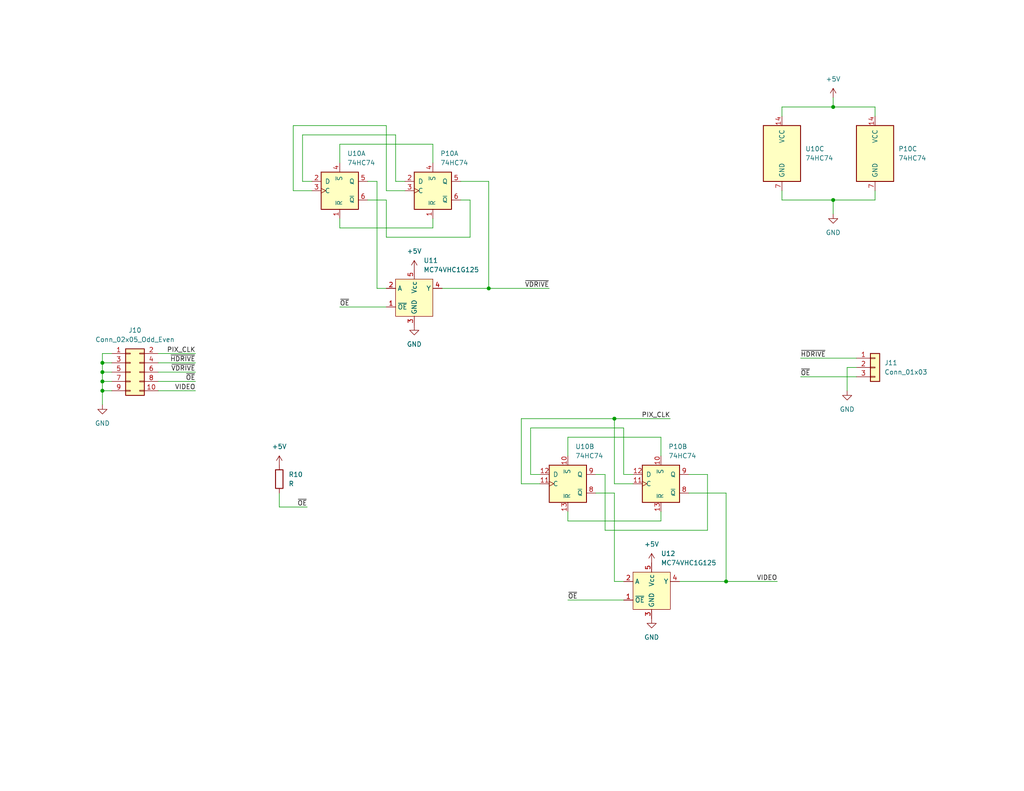
<source format=kicad_sch>
(kicad_sch (version 20211123) (generator eeschema)
  (paper "USLetter")
  (lib_symbols
    (symbol "0Local:MC74VHC1G125"
      (property "Reference" "U" (at 2.54 10.16 0))
      (property "Value" "MC74VHC1G125" (at 2.54 7.62 0))
      (symbol "MC74VHC1G125_0_1"
        (rectangle (start -5.08 5.08) (end 5.08 -5.08) (fill (type background)))
      )
      (symbol "MC74VHC1G125_1_1"
        (pin input line (at -7.62 -2.54 0) (length 2.54) (name "~{OE}") (number "1"))
        (pin input line (at -7.62 2.54 0) (length 2.54) (name "A") (number "2"))
        (pin power_in line (at 0 -7.62 90) (length 2.54) (name "GND") (number "3"))
        (pin tri_state line (at 7.62 2.54 180) (length 2.54) (name "Y") (number "4"))
        (pin power_in line (at 0 7.62 270) (length 2.54) (name "Vcc") (number "5"))
      )
    )
    (symbol "74xx:74HC74" (pin_names (offset 1.016))
      (property "Reference" "U" (at -7.62 8.89 0))
      (property "Value" "74HC74" (at -7.62 -8.89 0))
      (symbol "74HC74_1_0"
        (pin input line (at 0 -7.62 90) (length 2.54) (name "~{R}") (number "1"))
        (pin input line (at -7.62 2.54 0) (length 2.54) (name "D") (number "2"))
        (pin input clock (at -7.62 0 0) (length 2.54) (name "C") (number "3"))
        (pin input line (at 0 7.62 270) (length 2.54) (name "~{S}") (number "4"))
        (pin output line (at 7.62 2.54 180) (length 2.54) (name "Q") (number "5"))
        (pin output line (at 7.62 -2.54 180) (length 2.54) (name "~{Q}") (number "6"))
      )
      (symbol "74HC74_1_1"
        (rectangle (start -5.08 5.08) (end 5.08 -5.08) (stroke (width 0.254)) (fill (type background)))
      )
      (symbol "74HC74_2_0"
        (pin input line (at 0 7.62 270) (length 2.54) (name "~{S}") (number "10"))
        (pin input clock (at -7.62 0 0) (length 2.54) (name "C") (number "11"))
        (pin input line (at -7.62 2.54 0) (length 2.54) (name "D") (number "12"))
        (pin input line (at 0 -7.62 90) (length 2.54) (name "~{R}") (number "13"))
        (pin output line (at 7.62 -2.54 180) (length 2.54) (name "~{Q}") (number "8"))
        (pin output line (at 7.62 2.54 180) (length 2.54) (name "Q") (number "9"))
      )
      (symbol "74HC74_2_1"
        (rectangle (start -5.08 5.08) (end 5.08 -5.08) (stroke (width 0.254)) (fill (type background)))
      )
      (symbol "74HC74_3_0"
        (pin power_in line (at 0 10.16 270) (length 2.54) (name "VCC") (number "14"))
        (pin power_in line (at 0 -10.16 90) (length 2.54) (name "GND") (number "7"))
      )
      (symbol "74HC74_3_1"
        (rectangle (start -5.08 7.62) (end 5.08 -7.62) (stroke (width 0.254)) (fill (type background)))
      )
    )
    (symbol "Connector_Generic:Conn_01x03" (pin_names (offset 1.016) hide)
      (property "Reference" "J" (at 0 5.08 0))
      (property "Value" "Conn_01x03" (at 0 -5.08 0))
      (symbol "Conn_01x03_1_1"
        (rectangle (start -1.27 -2.413) (end 0 -2.667) (stroke (width 0.1524)))
        (rectangle (start -1.27 0.127) (end 0 -0.127) (stroke (width 0.1524)))
        (rectangle (start -1.27 2.667) (end 0 2.413) (stroke (width 0.1524)))
        (rectangle (start -1.27 3.81) (end 1.27 -3.81) (stroke (width 0.254)) (fill (type background)))
        (pin passive line (at -5.08 2.54 0) (length 3.81) (name "Pin_1") (number "1"))
        (pin passive line (at -5.08 0 0) (length 3.81) (name "Pin_2") (number "2"))
        (pin passive line (at -5.08 -2.54 0) (length 3.81) (name "Pin_3") (number "3"))
      )
    )
    (symbol "Connector_Generic:Conn_02x05_Odd_Even" (pin_names (offset 1.016) hide)
      (property "Reference" "J" (at 1.27 7.62 0))
      (property "Value" "Conn_02x05_Odd_Even" (at 1.27 -7.62 0))
      (symbol "Conn_02x05_Odd_Even_1_1"
        (rectangle (start -1.27 -4.953) (end 0 -5.207) (stroke (width 0.1524)))
        (rectangle (start -1.27 -2.413) (end 0 -2.667) (stroke (width 0.1524)))
        (rectangle (start -1.27 0.127) (end 0 -0.127) (stroke (width 0.1524)))
        (rectangle (start -1.27 2.667) (end 0 2.413) (stroke (width 0.1524)))
        (rectangle (start -1.27 5.207) (end 0 4.953) (stroke (width 0.1524)))
        (rectangle (start -1.27 6.35) (end 3.81 -6.35) (stroke (width 0.254)) (fill (type background)))
        (rectangle (start 3.81 -4.953) (end 2.54 -5.207) (stroke (width 0.1524)))
        (rectangle (start 3.81 -2.413) (end 2.54 -2.667) (stroke (width 0.1524)))
        (rectangle (start 3.81 0.127) (end 2.54 -0.127) (stroke (width 0.1524)))
        (rectangle (start 3.81 2.667) (end 2.54 2.413) (stroke (width 0.1524)))
        (rectangle (start 3.81 5.207) (end 2.54 4.953) (stroke (width 0.1524)))
        (pin passive line (at -5.08 5.08 0) (length 3.81) (name "Pin_1") (number "1"))
        (pin passive line (at 7.62 -5.08 180) (length 3.81) (name "Pin_10") (number "10"))
        (pin passive line (at 7.62 5.08 180) (length 3.81) (name "Pin_2") (number "2"))
        (pin passive line (at -5.08 2.54 0) (length 3.81) (name "Pin_3") (number "3"))
        (pin passive line (at 7.62 2.54 180) (length 3.81) (name "Pin_4") (number "4"))
        (pin passive line (at -5.08 0 0) (length 3.81) (name "Pin_5") (number "5"))
        (pin passive line (at 7.62 0 180) (length 3.81) (name "Pin_6") (number "6"))
        (pin passive line (at -5.08 -2.54 0) (length 3.81) (name "Pin_7") (number "7"))
        (pin passive line (at 7.62 -2.54 180) (length 3.81) (name "Pin_8") (number "8"))
        (pin passive line (at -5.08 -5.08 0) (length 3.81) (name "Pin_9") (number "9"))
      )
    )
    (symbol "Device:R" (pin_numbers hide) (pin_names (offset 0))
      (property "Reference" "R" (at 2.032 0 90))
      (property "Value" "R" (at 0 0 90))
      (symbol "R_0_1"
        (rectangle (start -1.016 -2.54) (end 1.016 2.54) (stroke (width 0.254)))
      )
      (symbol "R_1_1"
        (pin passive line (at 0 3.81 270) (length 1.27) (name "~") (number "1"))
        (pin passive line (at 0 -3.81 90) (length 1.27) (name "~") (number "2"))
      )
    )
    (symbol "power:+5V" (power) (pin_names (offset 0))
      (property "Value" "+5V" (at 0 3.556 0))
      (symbol "+5V_0_1"
        (polyline (pts (xy -0.762 1.27) (xy 0 2.54)))
        (polyline (pts (xy 0 0) (xy 0 2.54)))
        (polyline (pts (xy 0 2.54) (xy 0.762 1.27)))
      )
      (symbol "+5V_1_1"
        (pin power_in line (at 0 0 90) (length 0) hide (name "+5V") (number "1"))
      )
    )
    (symbol "power:GND" (power) (pin_names (offset 0))
      (property "Value" "GND" (at 0 -3.81 0))
      (symbol "GND_0_1"
        (polyline (pts (xy 0 0) (xy 0 -1.27) (xy 1.27 -1.27) (xy 0 -2.54) (xy -1.27 -1.27) (xy 0 -1.27)))
      )
      (symbol "GND_1_1"
        (pin power_in line (at 0 0 270) (length 0) hide (name "GND") (number "1"))
      )
    )
  )
  (junction (at 167.64 114.3))
  (junction (at 198.12 158.75))
  (junction (at 27.94 106.68))
  (junction (at 227.33 54.61))
  (junction (at 227.33 29.21))
  (junction (at 27.94 101.6))
  (junction (at 27.94 99.06))
  (junction (at 133.35 78.74))
  (junction (at 27.94 104.14))
  (wire (pts (xy 27.94 101.6) (xy 30.48 101.6)))
  (wire (pts (xy 82.55 36.83) (xy 107.95 36.83)))
  (wire (pts (xy 213.36 29.21) (xy 227.33 29.21)))
  (wire (pts (xy 92.71 44.45) (xy 92.71 39.37)))
  (wire (pts (xy 227.33 54.61) (xy 227.33 58.42)))
  (wire (pts (xy 165.1 129.54) (xy 165.1 144.78)))
  (wire (pts (xy 144.78 129.54) (xy 144.78 116.84)))
  (wire (pts (xy 92.71 83.82) (xy 105.41 83.82)))
  (wire (pts (xy 227.33 29.21) (xy 238.76 29.21)))
  (wire (pts (xy 167.64 158.75) (xy 170.18 158.75)))
  (wire (pts (xy 147.32 129.54) (xy 144.78 129.54)))
  (wire (pts (xy 27.94 104.14) (xy 30.48 104.14)))
  (wire (pts (xy 102.87 49.53) (xy 100.33 49.53)))
  (wire (pts (xy 167.64 114.3) (xy 167.64 132.08)))
  (wire (pts (xy 238.76 54.61) (xy 238.76 52.07)))
  (wire (pts (xy 165.1 144.78) (xy 193.04 144.78)))
  (wire (pts (xy 30.48 96.52) (xy 27.94 96.52)))
  (wire (pts (xy 27.94 106.68) (xy 30.48 106.68)))
  (wire (pts (xy 105.41 34.29) (xy 105.41 52.07)))
  (wire (pts (xy 185.42 158.75) (xy 198.12 158.75)))
  (wire (pts (xy 142.24 114.3) (xy 167.64 114.3)))
  (wire (pts (xy 144.78 116.84) (xy 170.18 116.84)))
  (wire (pts (xy 120.65 78.74) (xy 133.35 78.74)))
  (wire (pts (xy 43.18 106.68) (xy 53.34 106.68)))
  (wire (pts (xy 128.27 54.61) (xy 125.73 54.61)))
  (wire (pts (xy 92.71 59.69) (xy 92.71 62.23)))
  (wire (pts (xy 43.18 101.6) (xy 53.34 101.6)))
  (wire (pts (xy 128.27 64.77) (xy 128.27 54.61)))
  (wire (pts (xy 231.14 100.33) (xy 231.14 106.68)))
  (wire (pts (xy 100.33 54.61) (xy 105.41 54.61)))
  (wire (pts (xy 85.09 49.53) (xy 82.55 49.53)))
  (wire (pts (xy 213.36 52.07) (xy 213.36 54.61)))
  (wire (pts (xy 107.95 36.83) (xy 107.95 49.53)))
  (wire (pts (xy 238.76 29.21) (xy 238.76 31.75)))
  (wire (pts (xy 118.11 39.37) (xy 118.11 44.45)))
  (wire (pts (xy 180.34 119.38) (xy 180.34 124.46)))
  (wire (pts (xy 92.71 62.23) (xy 118.11 62.23)))
  (wire (pts (xy 133.35 49.53) (xy 133.35 78.74)))
  (wire (pts (xy 162.56 129.54) (xy 165.1 129.54)))
  (wire (pts (xy 187.96 129.54) (xy 193.04 129.54)))
  (wire (pts (xy 167.64 114.3) (xy 182.88 114.3)))
  (wire (pts (xy 154.94 142.24) (xy 180.34 142.24)))
  (wire (pts (xy 107.95 49.53) (xy 110.49 49.53)))
  (wire (pts (xy 85.09 52.07) (xy 80.01 52.07)))
  (wire (pts (xy 27.94 99.06) (xy 27.94 101.6)))
  (wire (pts (xy 227.33 54.61) (xy 238.76 54.61)))
  (wire (pts (xy 154.94 139.7) (xy 154.94 142.24)))
  (wire (pts (xy 154.94 124.46) (xy 154.94 119.38)))
  (wire (pts (xy 133.35 78.74) (xy 149.86 78.74)))
  (wire (pts (xy 213.36 54.61) (xy 227.33 54.61)))
  (wire (pts (xy 118.11 62.23) (xy 118.11 59.69)))
  (wire (pts (xy 82.55 49.53) (xy 82.55 36.83)))
  (wire (pts (xy 27.94 101.6) (xy 27.94 104.14)))
  (wire (pts (xy 162.56 134.62) (xy 167.64 134.62)))
  (wire (pts (xy 80.01 52.07) (xy 80.01 34.29)))
  (wire (pts (xy 233.68 100.33) (xy 231.14 100.33)))
  (wire (pts (xy 167.64 134.62) (xy 167.64 158.75)))
  (wire (pts (xy 142.24 132.08) (xy 147.32 132.08)))
  (wire (pts (xy 133.35 49.53) (xy 125.73 49.53)))
  (wire (pts (xy 102.87 49.53) (xy 102.87 78.74)))
  (wire (pts (xy 27.94 99.06) (xy 30.48 99.06)))
  (wire (pts (xy 43.18 104.14) (xy 53.34 104.14)))
  (wire (pts (xy 43.18 96.52) (xy 53.34 96.52)))
  (wire (pts (xy 180.34 142.24) (xy 180.34 139.7)))
  (wire (pts (xy 198.12 158.75) (xy 212.09 158.75)))
  (wire (pts (xy 227.33 26.67) (xy 227.33 29.21)))
  (wire (pts (xy 27.94 104.14) (xy 27.94 106.68)))
  (wire (pts (xy 218.44 97.79) (xy 233.68 97.79)))
  (wire (pts (xy 80.01 34.29) (xy 105.41 34.29)))
  (wire (pts (xy 154.94 163.83) (xy 170.18 163.83)))
  (wire (pts (xy 154.94 119.38) (xy 180.34 119.38)))
  (wire (pts (xy 105.41 52.07) (xy 110.49 52.07)))
  (wire (pts (xy 213.36 31.75) (xy 213.36 29.21)))
  (wire (pts (xy 27.94 96.52) (xy 27.94 99.06)))
  (wire (pts (xy 198.12 134.62) (xy 198.12 158.75)))
  (wire (pts (xy 105.41 64.77) (xy 128.27 64.77)))
  (wire (pts (xy 76.2 138.43) (xy 83.82 138.43)))
  (wire (pts (xy 187.96 134.62) (xy 198.12 134.62)))
  (wire (pts (xy 218.44 102.87) (xy 233.68 102.87)))
  (wire (pts (xy 193.04 144.78) (xy 193.04 129.54)))
  (wire (pts (xy 76.2 134.62) (xy 76.2 138.43)))
  (wire (pts (xy 92.71 39.37) (xy 118.11 39.37)))
  (wire (pts (xy 170.18 129.54) (xy 172.72 129.54)))
  (wire (pts (xy 142.24 132.08) (xy 142.24 114.3)))
  (wire (pts (xy 105.41 54.61) (xy 105.41 64.77)))
  (wire (pts (xy 170.18 116.84) (xy 170.18 129.54)))
  (wire (pts (xy 27.94 106.68) (xy 27.94 110.49)))
  (wire (pts (xy 167.64 132.08) (xy 172.72 132.08)))
  (wire (pts (xy 43.18 99.06) (xy 53.34 99.06)))
  (wire (pts (xy 102.87 78.74) (xy 105.41 78.74)))
  (label "~{HDRIVE}" (at 53.34 99.06 180))
  (label "~{VDRIVE}" (at 149.86 78.74 180))
  (label "~{VDRIVE}" (at 53.34 101.6 180))
  (label "~{OE}" (at 83.82 138.43 180))
  (label "PIX_CLK" (at 182.88 114.3 180))
  (label "~{HDRIVE}" (at 218.44 97.79 0))
  (label "~{OE}" (at 53.34 104.14 180))
  (label "VIDEO" (at 53.34 106.68 180))
  (label "~{OE}" (at 92.71 83.82 0))
  (label "~{OE}" (at 154.94 163.83 0))
  (label "PIX_CLK" (at 53.34 96.52 180))
  (label "~{OE}" (at 218.44 102.87 0))
  (label "VIDEO" (at 212.09 158.75 180))
  (symbol (lib_id "74xx:74HC74") (at 154.94 132.08 0) (unit 2)
    (property "Reference" "U10" (at 156.9594 121.92 0) (effects (justify left)))
    (property "Value" "74HC74" (at 156.9594 124.46 0) (effects (justify left)))
    (property "Footprint" "Package_DIP:DIP-14_W7.62mm" (effects hide))
    (property "Datasheet" "74xx/74hc_hct74.pdf" (effects hide))
  )
  (symbol (lib_id "Connector_Generic:Conn_01x03") (at 238.76 100.33 0) (unit 1)
    (property "Reference" "J11" (at 241.3 99.0599 0) (effects (justify left)))
    (property "Value" "Conn_01x03" (at 241.3 101.5999 0) (effects (justify left)))
    (property "Footprint" "Connector_PinHeader_2.54mm:PinHeader_1x03_P2.54mm_Vertical" (effects hide))
  )
  (symbol (lib_id "74xx:74HC74") (at 118.11 52.07 0) (unit 1)
    (property "Reference" "P10" (at 120.1294 41.91 0) (effects (justify left)))
    (property "Value" "74HC74" (at 120.1294 44.45 0) (effects (justify left)))
    (property "Footprint" "Package_DIP:DIP-14_W7.62mm" (effects hide))
    (property "Datasheet" "74xx/74hc_hct74.pdf" (effects hide))
  )
  (symbol (lib_id "Connector_Generic:Conn_02x05_Odd_Even") (at 35.56 101.6 0) (unit 1)
    (property "Reference" "J10" (at 36.83 90.17 0))
    (property "Value" "Conn_02x05_Odd_Even" (at 36.83 92.71 0))
    (property "Footprint" "Connector_PinHeader_2.54mm:PinHeader_2x05_P2.54mm_Vertical" (effects hide))
  )
  (symbol (lib_id "74xx:74HC74") (at 213.36 41.91 0) (unit 3)
    (property "Reference" "U10" (at 219.71 40.6399 0) (effects (justify left)))
    (property "Value" "74HC74" (at 219.71 43.1799 0) (effects (justify left)))
    (property "Footprint" "Package_DIP:DIP-14_W7.62mm" (effects hide))
    (property "Datasheet" "74xx/74hc_hct74.pdf" (effects hide))
  )
  (symbol (lib_id "power:+5V") (at 113.03 73.66 0) (unit 1)
    (property "Reference" "#PWR0102" (effects hide))
    (property "Value" "+5V" (at 113.03 68.58 0))
  )
  (symbol (lib_id "74xx:74HC74") (at 180.34 132.08 0) (unit 2)
    (property "Reference" "P10" (at 182.3594 121.92 0) (effects (justify left)))
    (property "Value" "74HC74" (at 182.3594 124.46 0) (effects (justify left)))
    (property "Footprint" "Package_DIP:DIP-14_W7.62mm" (effects hide))
    (property "Datasheet" "74xx/74hc_hct74.pdf" (effects hide))
  )
  (symbol (lib_id "power:+5V") (at 76.2 127 0) (unit 1)
    (property "Reference" "#PWR0114" (effects hide))
    (property "Value" "+5V" (at 76.2 121.92 0))
  )
  (symbol (lib_id "Device:R") (at 76.2 130.81 0) (unit 1)
    (property "Reference" "R10" (at 78.74 129.5399 0) (effects (justify left)))
    (property "Value" "R" (at 78.74 132.0799 0) (effects (justify left)))
    (property "Footprint" "Resistor_SMD:R_1206_3216Metric_Pad1.30x1.75mm_HandSolder" (effects hide))
  )
  (symbol (lib_id "74xx:74HC74") (at 92.71 52.07 0) (unit 1)
    (property "Reference" "U10" (at 94.7294 41.91 0) (effects (justify left)))
    (property "Value" "74HC74" (at 94.7294 44.45 0) (effects (justify left)))
    (property "Footprint" "Package_DIP:DIP-14_W7.62mm" (effects hide))
    (property "Datasheet" "74xx/74hc_hct74.pdf" (effects hide))
  )
  (symbol (lib_id "power:GND") (at 113.03 88.9 0) (unit 1)
    (property "Reference" "#PWR0101" (effects hide))
    (property "Value" "GND" (at 113.03 93.98 0))
  )
  (symbol (lib_id "74xx:74HC74") (at 238.76 41.91 0) (unit 3)
    (property "Reference" "P10" (at 245.11 40.6399 0) (effects (justify left)))
    (property "Value" "74HC74" (at 245.11 43.1799 0) (effects (justify left)))
    (property "Footprint" "Package_DIP:DIP-14_W7.62mm" (effects hide))
    (property "Datasheet" "74xx/74hc_hct74.pdf" (effects hide))
  )
  (symbol (lib_id "power:GND") (at 177.8 168.91 0) (unit 1)
    (property "Reference" "#PWR0103" (effects hide))
    (property "Value" "GND" (at 177.8 173.99 0))
  )
  (symbol (lib_id "0Local:MC74VHC1G125") (at 113.03 81.28 0) (unit 1)
    (property "Reference" "U11" (at 115.57 71.12 0) (effects (justify left)))
    (property "Value" "MC74VHC1G125" (at 115.57 73.66 0) (effects (justify left)))
    (property "Footprint" "0Local:Package_SC-74A" (effects hide))
  )
  (symbol (lib_id "power:+5V") (at 227.33 26.67 0) (unit 1)
    (property "Reference" "#PWR0105" (effects hide))
    (property "Value" "+5V" (at 227.33 21.59 0))
  )
  (symbol (lib_id "power:+5V") (at 177.8 153.67 0) (unit 1)
    (property "Reference" "#PWR0104" (effects hide))
    (property "Value" "+5V" (at 177.8 148.59 0))
  )
  (symbol (lib_id "power:GND") (at 227.33 58.42 0) (unit 1)
    (property "Reference" "#PWR0106" (effects hide))
    (property "Value" "GND" (at 227.33 63.5 0))
  )
  (symbol (lib_id "power:GND") (at 27.94 110.49 0) (unit 1)
    (property "Reference" "#PWR0107" (effects hide))
    (property "Value" "GND" (at 27.94 115.57 0))
  )
  (symbol (lib_id "power:GND") (at 231.14 106.68 0) (unit 1)
    (property "Reference" "#PWR0113" (effects hide))
    (property "Value" "GND" (at 231.14 111.76 0))
  )
  (symbol (lib_id "0Local:MC74VHC1G125") (at 177.8 161.29 0) (unit 1)
    (property "Reference" "U12" (at 180.34 151.13 0) (effects (justify left)))
    (property "Value" "MC74VHC1G125" (at 180.34 153.67 0) (effects (justify left)))
    (property "Footprint" "0Local:Package_SC-74A" (effects hide))
  )
)
</source>
